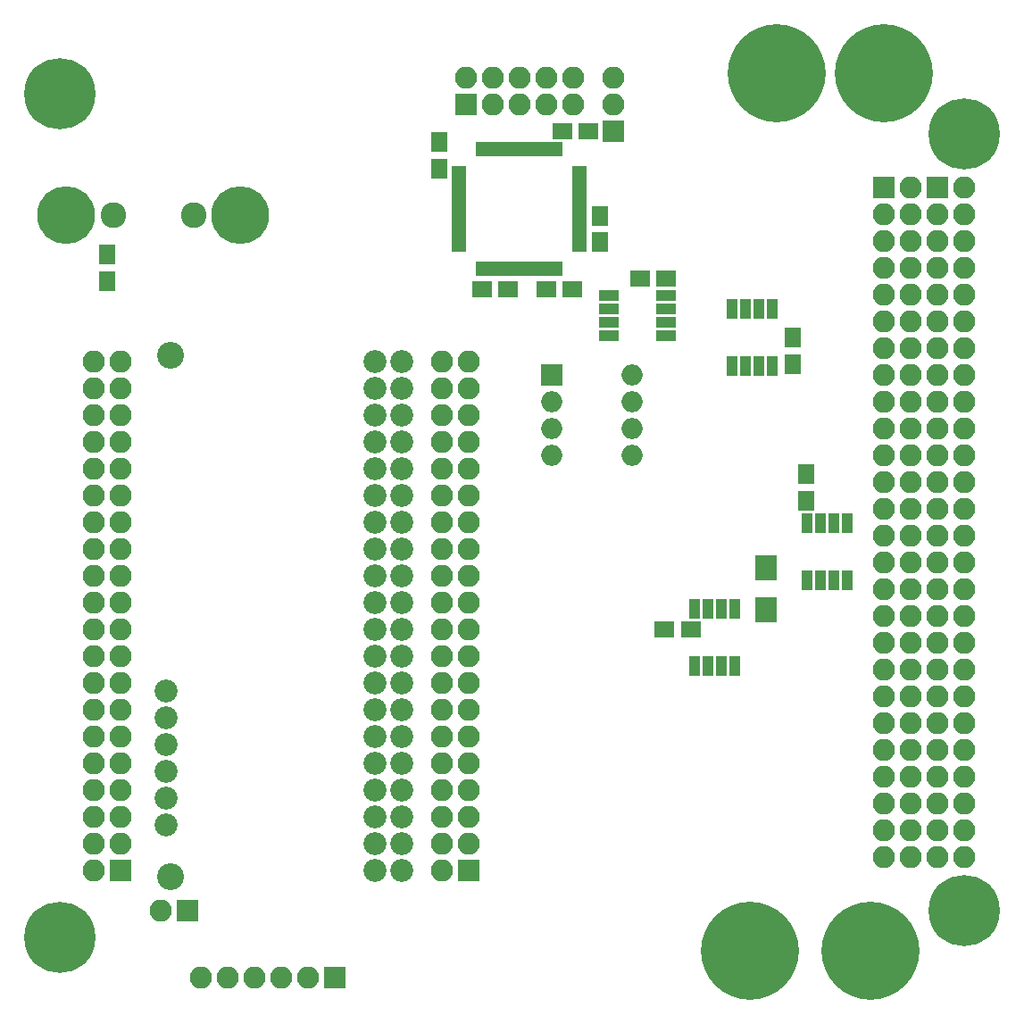
<source format=gbr>
G04 #@! TF.FileFunction,Soldermask,Bot*
%FSLAX46Y46*%
G04 Gerber Fmt 4.6, Leading zero omitted, Abs format (unit mm)*
G04 Created by KiCad (PCBNEW 4.0.7) date 11/09/17 22:03:39*
%MOMM*%
%LPD*%
G01*
G04 APERTURE LIST*
%ADD10C,0.100000*%
%ADD11R,2.100000X2.100000*%
%ADD12O,2.100000X2.100000*%
%ADD13R,1.650000X1.900000*%
%ADD14R,1.900000X1.650000*%
%ADD15C,9.290000*%
%ADD16C,2.178000*%
%ADD17C,2.550000*%
%ADD18R,2.100000X2.400000*%
%ADD19R,1.400000X0.650000*%
%ADD20R,0.650000X1.400000*%
%ADD21R,2.000000X2.000000*%
%ADD22O,2.000000X2.000000*%
%ADD23R,1.950000X1.000000*%
%ADD24R,1.000000X1.950000*%
%ADD25C,5.480000*%
%ADD26C,2.432000*%
%ADD27C,6.750000*%
G04 APERTURE END LIST*
D10*
D11*
X211952960Y-43408720D03*
D12*
X214492960Y-43408720D03*
X211952960Y-45948720D03*
X214492960Y-45948720D03*
X211952960Y-48488720D03*
X214492960Y-48488720D03*
X211952960Y-51028720D03*
X214492960Y-51028720D03*
X211952960Y-53568720D03*
X214492960Y-53568720D03*
X211952960Y-56108720D03*
X214492960Y-56108720D03*
X211952960Y-58648720D03*
X214492960Y-58648720D03*
X211952960Y-61188720D03*
X214492960Y-61188720D03*
X211952960Y-63728720D03*
X214492960Y-63728720D03*
X211952960Y-66268720D03*
X214492960Y-66268720D03*
X211952960Y-68808720D03*
X214492960Y-68808720D03*
X211952960Y-71348720D03*
X214492960Y-71348720D03*
X211952960Y-73888720D03*
X214492960Y-73888720D03*
X211952960Y-76428720D03*
X214492960Y-76428720D03*
X211952960Y-78968720D03*
X214492960Y-78968720D03*
X211952960Y-81508720D03*
X214492960Y-81508720D03*
X211952960Y-84048720D03*
X214492960Y-84048720D03*
X211952960Y-86588720D03*
X214492960Y-86588720D03*
X211952960Y-89128720D03*
X214492960Y-89128720D03*
X211952960Y-91668720D03*
X214492960Y-91668720D03*
X211952960Y-94208720D03*
X214492960Y-94208720D03*
X211952960Y-96748720D03*
X214492960Y-96748720D03*
X211952960Y-99288720D03*
X214492960Y-99288720D03*
X211952960Y-101828720D03*
X214492960Y-101828720D03*
X211952960Y-104368720D03*
X214492960Y-104368720D03*
X211952960Y-106908720D03*
X214492960Y-106908720D03*
D11*
X217032960Y-43408720D03*
D12*
X219572960Y-43408720D03*
X217032960Y-45948720D03*
X219572960Y-45948720D03*
X217032960Y-48488720D03*
X219572960Y-48488720D03*
X217032960Y-51028720D03*
X219572960Y-51028720D03*
X217032960Y-53568720D03*
X219572960Y-53568720D03*
X217032960Y-56108720D03*
X219572960Y-56108720D03*
X217032960Y-58648720D03*
X219572960Y-58648720D03*
X217032960Y-61188720D03*
X219572960Y-61188720D03*
X217032960Y-63728720D03*
X219572960Y-63728720D03*
X217032960Y-66268720D03*
X219572960Y-66268720D03*
X217032960Y-68808720D03*
X219572960Y-68808720D03*
X217032960Y-71348720D03*
X219572960Y-71348720D03*
X217032960Y-73888720D03*
X219572960Y-73888720D03*
X217032960Y-76428720D03*
X219572960Y-76428720D03*
X217032960Y-78968720D03*
X219572960Y-78968720D03*
X217032960Y-81508720D03*
X219572960Y-81508720D03*
X217032960Y-84048720D03*
X219572960Y-84048720D03*
X217032960Y-86588720D03*
X219572960Y-86588720D03*
X217032960Y-89128720D03*
X219572960Y-89128720D03*
X217032960Y-91668720D03*
X219572960Y-91668720D03*
X217032960Y-94208720D03*
X219572960Y-94208720D03*
X217032960Y-96748720D03*
X219572960Y-96748720D03*
X217032960Y-99288720D03*
X219572960Y-99288720D03*
X217032960Y-101828720D03*
X219572960Y-101828720D03*
X217032960Y-104368720D03*
X219572960Y-104368720D03*
X217032960Y-106908720D03*
X219572960Y-106908720D03*
D13*
X185028960Y-48595720D03*
X185028960Y-46095720D03*
D14*
X179968960Y-53060720D03*
X182468960Y-53060720D03*
X173872960Y-53060720D03*
X176372960Y-53060720D03*
X183992960Y-38074720D03*
X181492960Y-38074720D03*
X191164960Y-85318720D03*
X193664960Y-85318720D03*
X188858960Y-52044720D03*
X191358960Y-52044720D03*
D13*
X204586960Y-70626720D03*
X204586960Y-73126720D03*
X203316960Y-57652720D03*
X203316960Y-60152720D03*
X138292960Y-49798720D03*
X138292960Y-52298720D03*
D11*
X172328960Y-35534720D03*
D12*
X172328960Y-32994720D03*
X174868960Y-35534720D03*
X174868960Y-32994720D03*
X177408960Y-35534720D03*
X177408960Y-32994720D03*
X179948960Y-35534720D03*
X179948960Y-32994720D03*
X182488960Y-35534720D03*
X182488960Y-32994720D03*
D11*
X186298960Y-38074720D03*
D12*
X186298960Y-35534720D03*
X186298960Y-32994720D03*
D11*
X139562960Y-108178720D03*
D12*
X137022960Y-108178720D03*
X139562960Y-105638720D03*
X137022960Y-105638720D03*
X139562960Y-103098720D03*
X137022960Y-103098720D03*
X139562960Y-100558720D03*
X137022960Y-100558720D03*
X139562960Y-98018720D03*
X137022960Y-98018720D03*
X139562960Y-95478720D03*
X137022960Y-95478720D03*
X139562960Y-92938720D03*
X137022960Y-92938720D03*
X139562960Y-90398720D03*
X137022960Y-90398720D03*
X139562960Y-87858720D03*
X137022960Y-87858720D03*
X139562960Y-85318720D03*
X137022960Y-85318720D03*
X139562960Y-82778720D03*
X137022960Y-82778720D03*
X139562960Y-80238720D03*
X137022960Y-80238720D03*
X139562960Y-77698720D03*
X137022960Y-77698720D03*
X139562960Y-75158720D03*
X137022960Y-75158720D03*
X139562960Y-72618720D03*
X137022960Y-72618720D03*
X139562960Y-70078720D03*
X137022960Y-70078720D03*
X139562960Y-67538720D03*
X137022960Y-67538720D03*
X139562960Y-64998720D03*
X137022960Y-64998720D03*
X139562960Y-62458720D03*
X137022960Y-62458720D03*
X139562960Y-59918720D03*
X137022960Y-59918720D03*
D11*
X159882960Y-118338720D03*
D12*
X157342960Y-118338720D03*
X154802960Y-118338720D03*
X152262960Y-118338720D03*
X149722960Y-118338720D03*
X147182960Y-118338720D03*
D11*
X172582960Y-108178720D03*
D12*
X170042960Y-108178720D03*
X172582960Y-105638720D03*
X170042960Y-105638720D03*
X172582960Y-103098720D03*
X170042960Y-103098720D03*
X172582960Y-100558720D03*
X170042960Y-100558720D03*
X172582960Y-98018720D03*
X170042960Y-98018720D03*
X172582960Y-95478720D03*
X170042960Y-95478720D03*
X172582960Y-92938720D03*
X170042960Y-92938720D03*
X172582960Y-90398720D03*
X170042960Y-90398720D03*
X172582960Y-87858720D03*
X170042960Y-87858720D03*
X172582960Y-85318720D03*
X170042960Y-85318720D03*
X172582960Y-82778720D03*
X170042960Y-82778720D03*
X172582960Y-80238720D03*
X170042960Y-80238720D03*
X172582960Y-77698720D03*
X170042960Y-77698720D03*
X172582960Y-75158720D03*
X170042960Y-75158720D03*
X172582960Y-72618720D03*
X170042960Y-72618720D03*
X172582960Y-70078720D03*
X170042960Y-70078720D03*
X172582960Y-67538720D03*
X170042960Y-67538720D03*
X172582960Y-64998720D03*
X170042960Y-64998720D03*
X172582960Y-62458720D03*
X170042960Y-62458720D03*
X172582960Y-59918720D03*
X170042960Y-59918720D03*
D15*
X199252960Y-115798720D03*
X210682960Y-115798720D03*
X201792960Y-32613720D03*
X211952960Y-32613720D03*
D11*
X145912960Y-111988720D03*
D12*
X143372960Y-111988720D03*
D16*
X163692960Y-108178720D03*
X166232960Y-108178720D03*
X163692960Y-105638720D03*
X166232960Y-105638720D03*
X163692960Y-103098720D03*
X166232960Y-103098720D03*
X163692960Y-100558720D03*
X166232960Y-100558720D03*
X163692960Y-98018720D03*
X166232960Y-98018720D03*
X163692960Y-95478720D03*
X166232960Y-95478720D03*
X163692960Y-92938720D03*
X166232960Y-92938720D03*
X163692960Y-90398720D03*
X166232960Y-90398720D03*
X163692960Y-87858720D03*
X166232960Y-87858720D03*
X163692960Y-85318720D03*
X166232960Y-85318720D03*
X163692960Y-82778720D03*
X166232960Y-82778720D03*
X163692960Y-80238720D03*
X166232960Y-80238720D03*
X163692960Y-77698720D03*
X166232960Y-77698720D03*
X163692960Y-75158720D03*
X166232960Y-75158720D03*
X163692960Y-72618720D03*
X166232960Y-72618720D03*
X163692960Y-70078720D03*
X166232960Y-70078720D03*
X163692960Y-67538720D03*
X166232960Y-67538720D03*
X163692960Y-64998720D03*
X166232960Y-64998720D03*
X163692960Y-62458720D03*
X166232960Y-62458720D03*
X163692960Y-59918720D03*
X166232960Y-59918720D03*
X143912960Y-103868720D03*
X143912960Y-101328720D03*
X143912960Y-98788720D03*
X143912960Y-96248720D03*
X143912960Y-93708720D03*
X143912960Y-91168720D03*
D17*
X144312960Y-108748720D03*
X144312960Y-59348720D03*
D18*
X200776960Y-83508720D03*
X200776960Y-79508720D03*
D19*
X183108960Y-41690720D03*
X183108960Y-42190720D03*
X183108960Y-42690720D03*
X183108960Y-43190720D03*
X183108960Y-43690720D03*
X183108960Y-44190720D03*
X183108960Y-44690720D03*
X183108960Y-45190720D03*
X183108960Y-45690720D03*
X183108960Y-46190720D03*
X183108960Y-46690720D03*
X183108960Y-47190720D03*
X183108960Y-47690720D03*
X183108960Y-48190720D03*
X183108960Y-48690720D03*
X183108960Y-49190720D03*
D20*
X181158960Y-51140720D03*
X180658960Y-51140720D03*
X180158960Y-51140720D03*
X179658960Y-51140720D03*
X179158960Y-51140720D03*
X178658960Y-51140720D03*
X178158960Y-51140720D03*
X177658960Y-51140720D03*
X177158960Y-51140720D03*
X176658960Y-51140720D03*
X176158960Y-51140720D03*
X175658960Y-51140720D03*
X175158960Y-51140720D03*
X174658960Y-51140720D03*
X174158960Y-51140720D03*
X173658960Y-51140720D03*
D19*
X171708960Y-49190720D03*
X171708960Y-48690720D03*
X171708960Y-48190720D03*
X171708960Y-47690720D03*
X171708960Y-47190720D03*
X171708960Y-46690720D03*
X171708960Y-46190720D03*
X171708960Y-45690720D03*
X171708960Y-45190720D03*
X171708960Y-44690720D03*
X171708960Y-44190720D03*
X171708960Y-43690720D03*
X171708960Y-43190720D03*
X171708960Y-42690720D03*
X171708960Y-42190720D03*
X171708960Y-41690720D03*
D20*
X173658960Y-39740720D03*
X174158960Y-39740720D03*
X174658960Y-39740720D03*
X175158960Y-39740720D03*
X175658960Y-39740720D03*
X176158960Y-39740720D03*
X176658960Y-39740720D03*
X177158960Y-39740720D03*
X177658960Y-39740720D03*
X178158960Y-39740720D03*
X178658960Y-39740720D03*
X179158960Y-39740720D03*
X179658960Y-39740720D03*
X180158960Y-39740720D03*
X180658960Y-39740720D03*
X181158960Y-39740720D03*
D21*
X180456960Y-61188720D03*
D22*
X188076960Y-68808720D03*
X180456960Y-63728720D03*
X188076960Y-66268720D03*
X180456960Y-66268720D03*
X188076960Y-63728720D03*
X180456960Y-68808720D03*
X188076960Y-61188720D03*
D23*
X185884960Y-57505720D03*
X185884960Y-56235720D03*
X185884960Y-54965720D03*
X185884960Y-53695720D03*
X191284960Y-53695720D03*
X191284960Y-54965720D03*
X191284960Y-56235720D03*
X191284960Y-57505720D03*
D24*
X197855960Y-88780720D03*
X196585960Y-88780720D03*
X195315960Y-88780720D03*
X194045960Y-88780720D03*
X194045960Y-83380720D03*
X195315960Y-83380720D03*
X196585960Y-83380720D03*
X197855960Y-83380720D03*
X208523960Y-80652720D03*
X207253960Y-80652720D03*
X205983960Y-80652720D03*
X204713960Y-80652720D03*
X204713960Y-75252720D03*
X205983960Y-75252720D03*
X207253960Y-75252720D03*
X208523960Y-75252720D03*
X197601960Y-54932720D03*
X198871960Y-54932720D03*
X200141960Y-54932720D03*
X201411960Y-54932720D03*
X201411960Y-60332720D03*
X200141960Y-60332720D03*
X198871960Y-60332720D03*
X197601960Y-60332720D03*
D25*
X134467960Y-46083720D03*
D26*
X138912960Y-46083720D03*
X146532960Y-46083720D03*
D25*
X150977960Y-46083720D03*
D13*
X169788960Y-39110720D03*
X169788960Y-41610720D03*
D27*
X133847960Y-34518720D03*
X219572960Y-38328720D03*
X133847960Y-114528720D03*
X219572960Y-111988720D03*
M02*

</source>
